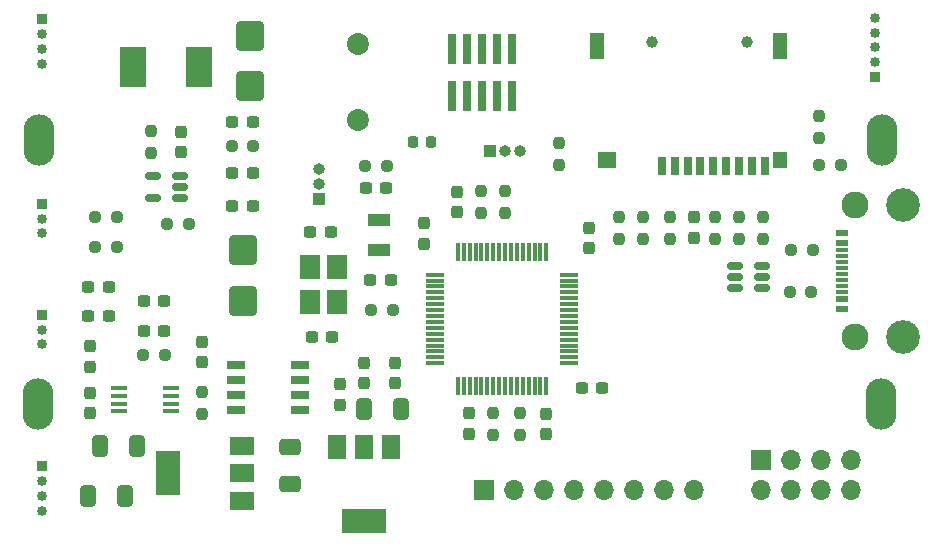
<source format=gbr>
%TF.GenerationSoftware,KiCad,Pcbnew,7.0.8*%
%TF.CreationDate,2023-10-22T12:25:58+02:00*%
%TF.ProjectId,Suspension_telemetry,53757370-656e-4736-996f-6e5f74656c65,rev?*%
%TF.SameCoordinates,Original*%
%TF.FileFunction,Soldermask,Top*%
%TF.FilePolarity,Negative*%
%FSLAX46Y46*%
G04 Gerber Fmt 4.6, Leading zero omitted, Abs format (unit mm)*
G04 Created by KiCad (PCBNEW 7.0.8) date 2023-10-22 12:25:58*
%MOMM*%
%LPD*%
G01*
G04 APERTURE LIST*
G04 Aperture macros list*
%AMRoundRect*
0 Rectangle with rounded corners*
0 $1 Rounding radius*
0 $2 $3 $4 $5 $6 $7 $8 $9 X,Y pos of 4 corners*
0 Add a 4 corners polygon primitive as box body*
4,1,4,$2,$3,$4,$5,$6,$7,$8,$9,$2,$3,0*
0 Add four circle primitives for the rounded corners*
1,1,$1+$1,$2,$3*
1,1,$1+$1,$4,$5*
1,1,$1+$1,$6,$7*
1,1,$1+$1,$8,$9*
0 Add four rect primitives between the rounded corners*
20,1,$1+$1,$2,$3,$4,$5,0*
20,1,$1+$1,$4,$5,$6,$7,0*
20,1,$1+$1,$6,$7,$8,$9,0*
20,1,$1+$1,$8,$9,$2,$3,0*%
G04 Aperture macros list end*
%ADD10R,0.850000X0.850000*%
%ADD11C,0.850000*%
%ADD12RoundRect,0.237500X0.237500X-0.250000X0.237500X0.250000X-0.237500X0.250000X-0.237500X-0.250000X0*%
%ADD13RoundRect,0.250000X0.650000X-0.412500X0.650000X0.412500X-0.650000X0.412500X-0.650000X-0.412500X0*%
%ADD14RoundRect,0.237500X0.237500X-0.287500X0.237500X0.287500X-0.237500X0.287500X-0.237500X-0.287500X0*%
%ADD15RoundRect,0.250000X0.900000X-1.000000X0.900000X1.000000X-0.900000X1.000000X-0.900000X-1.000000X0*%
%ADD16RoundRect,0.237500X-0.237500X0.250000X-0.237500X-0.250000X0.237500X-0.250000X0.237500X0.250000X0*%
%ADD17RoundRect,0.237500X-0.250000X-0.237500X0.250000X-0.237500X0.250000X0.237500X-0.250000X0.237500X0*%
%ADD18RoundRect,0.237500X0.250000X0.237500X-0.250000X0.237500X-0.250000X-0.237500X0.250000X-0.237500X0*%
%ADD19R,1.400000X0.450000*%
%ADD20RoundRect,0.237500X-0.237500X0.300000X-0.237500X-0.300000X0.237500X-0.300000X0.237500X0.300000X0*%
%ADD21R,1.500000X2.000000*%
%ADD22R,3.800000X2.000000*%
%ADD23RoundRect,0.150000X0.512500X0.150000X-0.512500X0.150000X-0.512500X-0.150000X0.512500X-0.150000X0*%
%ADD24R,1.800000X2.100000*%
%ADD25R,2.260600X3.505200*%
%ADD26RoundRect,0.237500X0.237500X-0.300000X0.237500X0.300000X-0.237500X0.300000X-0.237500X-0.300000X0*%
%ADD27RoundRect,0.250000X-0.412500X-0.650000X0.412500X-0.650000X0.412500X0.650000X-0.412500X0.650000X0*%
%ADD28R,1.700000X1.700000*%
%ADD29O,1.700000X1.700000*%
%ADD30R,1.900000X1.100000*%
%ADD31RoundRect,0.237500X0.300000X0.237500X-0.300000X0.237500X-0.300000X-0.237500X0.300000X-0.237500X0*%
%ADD32C,1.000000*%
%ADD33R,0.700000X1.600000*%
%ADD34R,1.200000X1.400000*%
%ADD35R,1.600000X1.400000*%
%ADD36R,1.200000X2.200000*%
%ADD37C,1.860000*%
%ADD38RoundRect,0.075000X-0.700000X-0.075000X0.700000X-0.075000X0.700000X0.075000X-0.700000X0.075000X0*%
%ADD39RoundRect,0.075000X-0.075000X-0.700000X0.075000X-0.700000X0.075000X0.700000X-0.075000X0.700000X0*%
%ADD40RoundRect,0.225000X-0.225000X-0.250000X0.225000X-0.250000X0.225000X0.250000X-0.225000X0.250000X0*%
%ADD41RoundRect,0.237500X-0.300000X-0.237500X0.300000X-0.237500X0.300000X0.237500X-0.300000X0.237500X0*%
%ADD42R,1.000000X1.000000*%
%ADD43O,1.000000X1.000000*%
%ADD44R,2.000000X1.500000*%
%ADD45R,2.000000X3.800000*%
%ADD46RoundRect,0.250000X0.412500X0.650000X-0.412500X0.650000X-0.412500X-0.650000X0.412500X-0.650000X0*%
%ADD47R,1.100000X0.600000*%
%ADD48R,1.100000X0.300000*%
%ADD49C,2.280000*%
%ADD50C,2.850000*%
%ADD51R,0.740000X2.600000*%
%ADD52R,1.525000X0.700000*%
%ADD53RoundRect,0.150000X-0.512500X-0.150000X0.512500X-0.150000X0.512500X0.150000X-0.512500X0.150000X0*%
%ADD54O,2.604000X4.344000*%
G04 APERTURE END LIST*
D10*
%TO.C,J12*%
X72566000Y-116623200D03*
D11*
X72566000Y-117873200D03*
X72566000Y-119123200D03*
X72566000Y-120373200D03*
%TD*%
D12*
%TO.C,R22*%
X110744000Y-113942500D03*
X110744000Y-112117500D03*
%TD*%
D13*
%TO.C,C9*%
X93573600Y-118110000D03*
X93573600Y-114985000D03*
%TD*%
D14*
%TO.C,L2*%
X97790000Y-111415800D03*
X97790000Y-109665800D03*
%TD*%
D15*
%TO.C,D3*%
X89535000Y-102607000D03*
X89535000Y-98307000D03*
%TD*%
D16*
%TO.C,R15*%
X123444000Y-95504000D03*
X123444000Y-97329000D03*
%TD*%
D17*
%TO.C,R20*%
X138355700Y-91084400D03*
X140180700Y-91084400D03*
%TD*%
D18*
%TO.C,R24*%
X78890500Y-95504000D03*
X77065500Y-95504000D03*
%TD*%
D16*
%TO.C,R14*%
X129540000Y-95504000D03*
X129540000Y-97329000D03*
%TD*%
%TO.C,R10*%
X116332000Y-89257500D03*
X116332000Y-91082500D03*
%TD*%
D19*
%TO.C,IC1*%
X83480000Y-111973000D03*
X83480000Y-111323000D03*
X83480000Y-110673000D03*
X83480000Y-110023000D03*
X79080000Y-110023000D03*
X79080000Y-110673000D03*
X79080000Y-111323000D03*
X79080000Y-111973000D03*
%TD*%
D20*
%TO.C,C25*%
X127762000Y-95530500D03*
X127762000Y-97255500D03*
%TD*%
D18*
%TO.C,R1*%
X84986500Y-96139000D03*
X83161500Y-96139000D03*
%TD*%
D21*
%TO.C,U3*%
X102122000Y-114960000D03*
X99822000Y-114960000D03*
D22*
X99822000Y-121260000D03*
D21*
X97522000Y-114960000D03*
%TD*%
D23*
%TO.C,U2*%
X84195500Y-93914000D03*
X84195500Y-92964000D03*
X84195500Y-92014000D03*
X81920500Y-92014000D03*
X81920500Y-93914000D03*
%TD*%
D24*
%TO.C,Y1*%
X95243000Y-99769000D03*
X95243000Y-102669000D03*
X97543000Y-102669000D03*
X97543000Y-99769000D03*
%TD*%
D20*
%TO.C,C14*%
X108686600Y-112142100D03*
X108686600Y-113867100D03*
%TD*%
D25*
%TO.C,L1*%
X80238600Y-82804000D03*
X85877400Y-82804000D03*
%TD*%
D17*
%TO.C,R7*%
X135866500Y-101854000D03*
X137691500Y-101854000D03*
%TD*%
%TO.C,R6*%
X135993500Y-98298000D03*
X137818500Y-98298000D03*
%TD*%
D26*
%TO.C,C12*%
X118872000Y-98144500D03*
X118872000Y-96419500D03*
%TD*%
D27*
%TO.C,C8*%
X99783500Y-111760000D03*
X102908500Y-111760000D03*
%TD*%
D16*
%TO.C,R2*%
X81788000Y-88241500D03*
X81788000Y-90066500D03*
%TD*%
D28*
%TO.C,J6*%
X109982000Y-118618000D03*
D29*
X112522000Y-118618000D03*
X115062000Y-118618000D03*
X117602000Y-118618000D03*
X120142000Y-118618000D03*
X122682000Y-118618000D03*
X125222000Y-118618000D03*
X127762000Y-118618000D03*
%TD*%
D16*
%TO.C,R17*%
X131572000Y-95504000D03*
X131572000Y-97329000D03*
%TD*%
D20*
%TO.C,C1*%
X84328000Y-88291500D03*
X84328000Y-90016500D03*
%TD*%
D17*
%TO.C,R23*%
X77065500Y-98014000D03*
X78890500Y-98014000D03*
%TD*%
D26*
%TO.C,C18*%
X102451000Y-109553000D03*
X102451000Y-107828000D03*
%TD*%
D14*
%TO.C,D2*%
X86106000Y-107809000D03*
X86106000Y-106059000D03*
%TD*%
D30*
%TO.C,Y2*%
X101092000Y-95778000D03*
X101092000Y-98278000D03*
%TD*%
D31*
%TO.C,C24*%
X102081500Y-100838000D03*
X100356500Y-100838000D03*
%TD*%
D26*
%TO.C,C6*%
X76581000Y-112114500D03*
X76581000Y-110389500D03*
%TD*%
D31*
%TO.C,C2*%
X90397500Y-87503000D03*
X88672500Y-87503000D03*
%TD*%
D32*
%TO.C,J3*%
X132204000Y-80661000D03*
X124204000Y-80661000D03*
D33*
X125004000Y-91161000D03*
X126104000Y-91161000D03*
X127204000Y-91161000D03*
X128304000Y-91161000D03*
X129404000Y-91161000D03*
X130504000Y-91161000D03*
X131604000Y-91161000D03*
X132704000Y-91161000D03*
X133804000Y-91161000D03*
D34*
X135004000Y-90661000D03*
D35*
X120404000Y-90661000D03*
D36*
X119504000Y-81061000D03*
X135004000Y-81061000D03*
%TD*%
D16*
%TO.C,R13*%
X125730000Y-95504000D03*
X125730000Y-97329000D03*
%TD*%
D17*
%TO.C,R4*%
X81129500Y-107188000D03*
X82954500Y-107188000D03*
%TD*%
D37*
%TO.C,S1*%
X99314000Y-87324000D03*
X99314000Y-80824000D03*
%TD*%
D14*
%TO.C,L3*%
X76581000Y-108176000D03*
X76581000Y-106426000D03*
%TD*%
D26*
%TO.C,C13*%
X107696000Y-95096500D03*
X107696000Y-93371500D03*
%TD*%
D38*
%TO.C,U1*%
X105831000Y-100390000D03*
X105831000Y-100890000D03*
X105831000Y-101390000D03*
X105831000Y-101890000D03*
X105831000Y-102390000D03*
X105831000Y-102890000D03*
X105831000Y-103390000D03*
X105831000Y-103890000D03*
X105831000Y-104390000D03*
X105831000Y-104890000D03*
X105831000Y-105390000D03*
X105831000Y-105890000D03*
X105831000Y-106390000D03*
X105831000Y-106890000D03*
X105831000Y-107390000D03*
X105831000Y-107890000D03*
D39*
X107756000Y-109815000D03*
X108256000Y-109815000D03*
X108756000Y-109815000D03*
X109256000Y-109815000D03*
X109756000Y-109815000D03*
X110256000Y-109815000D03*
X110756000Y-109815000D03*
X111256000Y-109815000D03*
X111756000Y-109815000D03*
X112256000Y-109815000D03*
X112756000Y-109815000D03*
X113256000Y-109815000D03*
X113756000Y-109815000D03*
X114256000Y-109815000D03*
X114756000Y-109815000D03*
X115256000Y-109815000D03*
D38*
X117181000Y-107890000D03*
X117181000Y-107390000D03*
X117181000Y-106890000D03*
X117181000Y-106390000D03*
X117181000Y-105890000D03*
X117181000Y-105390000D03*
X117181000Y-104890000D03*
X117181000Y-104390000D03*
X117181000Y-103890000D03*
X117181000Y-103390000D03*
X117181000Y-102890000D03*
X117181000Y-102390000D03*
X117181000Y-101890000D03*
X117181000Y-101390000D03*
X117181000Y-100890000D03*
X117181000Y-100390000D03*
D39*
X115256000Y-98465000D03*
X114756000Y-98465000D03*
X114256000Y-98465000D03*
X113756000Y-98465000D03*
X113256000Y-98465000D03*
X112756000Y-98465000D03*
X112256000Y-98465000D03*
X111756000Y-98465000D03*
X111256000Y-98465000D03*
X110756000Y-98465000D03*
X110256000Y-98465000D03*
X109756000Y-98465000D03*
X109256000Y-98465000D03*
X108756000Y-98465000D03*
X108256000Y-98465000D03*
X107756000Y-98465000D03*
%TD*%
D40*
%TO.C,C21*%
X103974600Y-89154000D03*
X105524600Y-89154000D03*
%TD*%
D41*
%TO.C,C15*%
X118275000Y-110000000D03*
X120000000Y-110000000D03*
%TD*%
D42*
%TO.C,J10*%
X110490000Y-89916000D03*
D43*
X111760000Y-89916000D03*
X113030000Y-89916000D03*
%TD*%
D18*
%TO.C,R3*%
X90447500Y-89535000D03*
X88622500Y-89535000D03*
%TD*%
D16*
%TO.C,R19*%
X138379200Y-86995000D03*
X138379200Y-88820000D03*
%TD*%
D31*
%TO.C,C5*%
X82904500Y-105156000D03*
X81179500Y-105156000D03*
%TD*%
D16*
%TO.C,R16*%
X121412000Y-95504000D03*
X121412000Y-97329000D03*
%TD*%
D44*
%TO.C,U4*%
X89510000Y-119521000D03*
X89510000Y-117221000D03*
D45*
X83210000Y-117221000D03*
D44*
X89510000Y-114921000D03*
%TD*%
D31*
%TO.C,C19*%
X97128500Y-105664000D03*
X95403500Y-105664000D03*
%TD*%
D12*
%TO.C,R12*%
X109728000Y-95146500D03*
X109728000Y-93321500D03*
%TD*%
D28*
%TO.C,J4*%
X133461600Y-116058000D03*
D29*
X133461600Y-118598000D03*
X136001600Y-116058000D03*
X136001600Y-118598000D03*
X138541600Y-116058000D03*
X138541600Y-118598000D03*
X141081600Y-116058000D03*
X141081600Y-118598000D03*
%TD*%
D31*
%TO.C,C4*%
X90397500Y-94615000D03*
X88672500Y-94615000D03*
%TD*%
D16*
%TO.C,R18*%
X133604000Y-95504000D03*
X133604000Y-97329000D03*
%TD*%
D31*
%TO.C,C3*%
X90397500Y-91821000D03*
X88672500Y-91821000D03*
%TD*%
D41*
%TO.C,C26*%
X76480500Y-103886000D03*
X78205500Y-103886000D03*
%TD*%
D46*
%TO.C,C10*%
X80556500Y-114935000D03*
X77431500Y-114935000D03*
%TD*%
D47*
%TO.C,J1*%
X140272000Y-103276000D03*
X140272000Y-102476000D03*
D48*
X140272000Y-101326000D03*
X140272000Y-100326000D03*
X140272000Y-99826000D03*
X140272000Y-98826000D03*
D47*
X140272000Y-97676000D03*
X140272000Y-96876000D03*
D48*
X140272000Y-98326000D03*
X140272000Y-99326000D03*
X140272000Y-100826000D03*
X140272000Y-101826000D03*
D49*
X141422000Y-105696000D03*
X141422000Y-94456000D03*
D50*
X145422000Y-105696000D03*
X145422000Y-94456000D03*
%TD*%
D18*
%TO.C,R8*%
X102258500Y-103378000D03*
X100433500Y-103378000D03*
%TD*%
D41*
%TO.C,C7*%
X81179500Y-102616000D03*
X82904500Y-102616000D03*
%TD*%
D26*
%TO.C,C17*%
X99822000Y-109574500D03*
X99822000Y-107849500D03*
%TD*%
D12*
%TO.C,R11*%
X111760000Y-95146500D03*
X111760000Y-93321500D03*
%TD*%
D31*
%TO.C,C23*%
X101700500Y-93091000D03*
X99975500Y-93091000D03*
%TD*%
D16*
%TO.C,R5*%
X86106000Y-110339500D03*
X86106000Y-112164500D03*
%TD*%
D42*
%TO.C,J2*%
X96012000Y-93980000D03*
D43*
X96012000Y-92710000D03*
X96012000Y-91440000D03*
%TD*%
D46*
%TO.C,C11*%
X79540500Y-119126000D03*
X76415500Y-119126000D03*
%TD*%
D41*
%TO.C,C27*%
X76480500Y-101473000D03*
X78205500Y-101473000D03*
%TD*%
D10*
%TO.C,J8*%
X72566000Y-103786200D03*
D11*
X72566000Y-105036200D03*
X72566000Y-106286200D03*
%TD*%
D26*
%TO.C,C16*%
X104902000Y-97763500D03*
X104902000Y-96038500D03*
%TD*%
D16*
%TO.C,R21*%
X113030000Y-112117500D03*
X113030000Y-113942500D03*
%TD*%
D15*
%TO.C,D1*%
X90170000Y-84446000D03*
X90170000Y-80146000D03*
%TD*%
D51*
%TO.C,J5*%
X112320000Y-81280000D03*
X112320000Y-85280000D03*
X111050000Y-81280000D03*
X111050000Y-85280000D03*
X109780000Y-81280000D03*
X109780000Y-85280000D03*
X108510000Y-81280000D03*
X108510000Y-85280000D03*
X107240000Y-81280000D03*
X107240000Y-85280000D03*
%TD*%
D52*
%TO.C,Q1*%
X88982000Y-108077000D03*
X88982000Y-109347000D03*
X88982000Y-110617000D03*
X88982000Y-111887000D03*
X94406000Y-111887000D03*
X94406000Y-110617000D03*
X94406000Y-109347000D03*
X94406000Y-108077000D03*
%TD*%
D17*
%TO.C,R9*%
X99925500Y-91186000D03*
X101750500Y-91186000D03*
%TD*%
D53*
%TO.C,U5*%
X131196500Y-99634000D03*
X131196500Y-100584000D03*
X131196500Y-101534000D03*
X133471500Y-101534000D03*
X133471500Y-100584000D03*
X133471500Y-99634000D03*
%TD*%
D10*
%TO.C,J9*%
X72566000Y-78777200D03*
D11*
X72566000Y-80027200D03*
X72566000Y-81277200D03*
X72566000Y-82527200D03*
%TD*%
D20*
%TO.C,C22*%
X115189000Y-112167500D03*
X115189000Y-113892500D03*
%TD*%
D10*
%TO.C,J7*%
X143080000Y-83645700D03*
D11*
X143080000Y-82395700D03*
X143080000Y-81145700D03*
X143080000Y-79895700D03*
X143080000Y-78645700D03*
%TD*%
D41*
%TO.C,C20*%
X95276500Y-96774000D03*
X97001500Y-96774000D03*
%TD*%
D10*
%TO.C,J11*%
X72566000Y-94388200D03*
D11*
X72566000Y-95638200D03*
X72566000Y-96888200D03*
%TD*%
D54*
%TO.C,BT1*%
X72197000Y-111324000D03*
X143597000Y-111324000D03*
%TD*%
%TO.C,BT2*%
X143701000Y-88972000D03*
X72301000Y-88972000D03*
%TD*%
M02*

</source>
